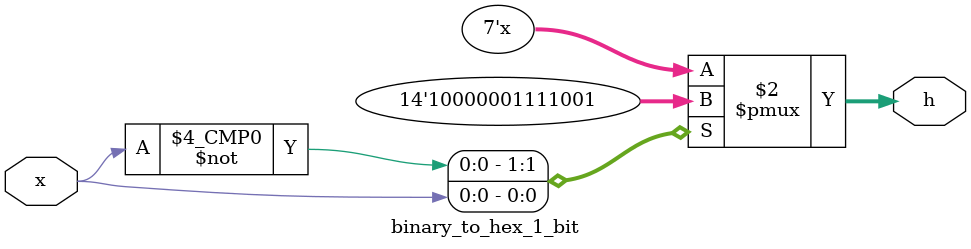
<source format=v>
module binary_to_hex_1_bit(
	input x,
	output reg [0:6]h);
	
	always @(x)
		case(x)
			0: h = 7'b1000000;
			1: h = 7'b1111001;
		endcase
	
endmodule
</source>
